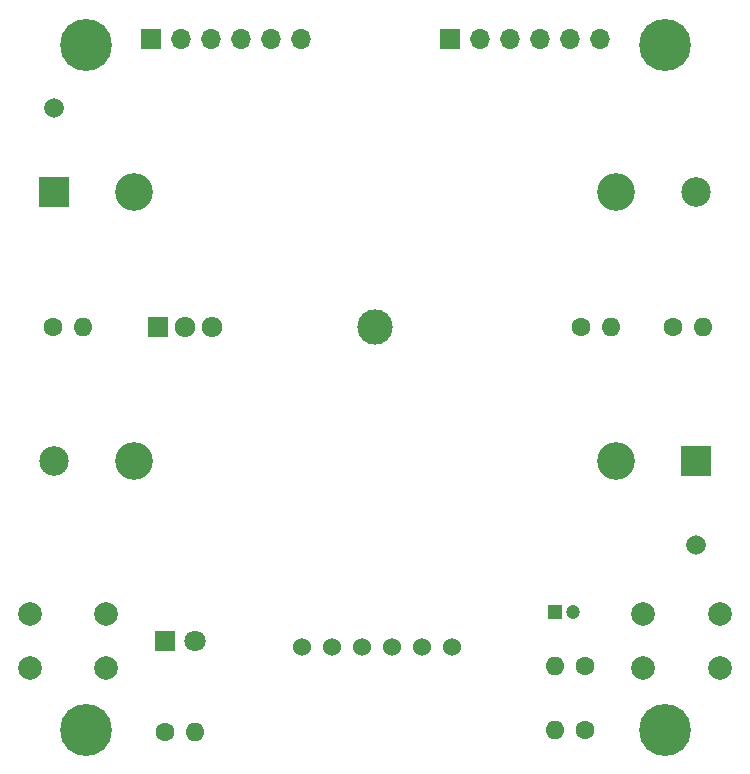
<source format=gbr>
%TF.GenerationSoftware,KiCad,Pcbnew,(6.0.4)*%
%TF.CreationDate,2022-05-02T14:14:32+02:00*%
%TF.ProjectId,HB-SEN-BME280_EXP625,48422d53-454e-42d4-924d-453238305f45,1.0*%
%TF.SameCoordinates,Original*%
%TF.FileFunction,Soldermask,Top*%
%TF.FilePolarity,Negative*%
%FSLAX46Y46*%
G04 Gerber Fmt 4.6, Leading zero omitted, Abs format (unit mm)*
G04 Created by KiCad (PCBNEW (6.0.4)) date 2022-05-02 14:14:32*
%MOMM*%
%LPD*%
G01*
G04 APERTURE LIST*
%ADD10R,1.200000X1.200000*%
%ADD11C,1.200000*%
%ADD12C,1.670000*%
%ADD13C,3.200000*%
%ADD14R,2.500000X2.500000*%
%ADD15C,2.500000*%
%ADD16R,1.700000X1.700000*%
%ADD17O,1.700000X1.700000*%
%ADD18C,0.700000*%
%ADD19C,4.400000*%
%ADD20C,1.600000*%
%ADD21O,1.600000X1.600000*%
%ADD22R,1.717500X1.800000*%
%ADD23O,1.717500X1.800000*%
%ADD24C,1.524000*%
%ADD25R,1.800000X1.800000*%
%ADD26C,1.800000*%
%ADD27C,2.000000*%
%ADD28C,3.000000*%
G04 APERTURE END LIST*
D10*
%TO.C,C1*%
X160340000Y-114300000D03*
D11*
X161840000Y-114300000D03*
%TD*%
D12*
%TO.C,BT2*%
X172275000Y-108600000D03*
D13*
X165500000Y-101500000D03*
X124650000Y-101500000D03*
D14*
X172275000Y-101500000D03*
D15*
X117875000Y-101500000D03*
%TD*%
D16*
%TO.C,J3*%
X151400000Y-65750000D03*
D17*
X153940000Y-65750000D03*
X156480000Y-65750000D03*
X159020000Y-65750000D03*
X161560000Y-65750000D03*
X164100000Y-65750000D03*
%TD*%
D18*
%TO.C,H1*%
X119433274Y-65083274D03*
X121766726Y-67416726D03*
X118950000Y-66250000D03*
X119433274Y-67416726D03*
D19*
X120600000Y-66250000D03*
D18*
X120600000Y-67900000D03*
X120600000Y-64600000D03*
X122250000Y-66250000D03*
X121766726Y-65083274D03*
%TD*%
D20*
%TO.C,R4*%
X162880000Y-124250000D03*
D21*
X160340000Y-124250000D03*
%TD*%
D22*
%TO.C,Q1*%
X126685000Y-90170000D03*
D23*
X128975000Y-90170000D03*
X131265000Y-90170000D03*
%TD*%
D20*
%TO.C,R6*%
X170290000Y-90170000D03*
D21*
X172830000Y-90170000D03*
%TD*%
D18*
%TO.C,H4*%
X167950000Y-124250000D03*
X168433274Y-125416726D03*
X171250000Y-124250000D03*
X169600000Y-125900000D03*
D19*
X169600000Y-124250000D03*
D18*
X168433274Y-123083274D03*
X169600000Y-122600000D03*
X170766726Y-125416726D03*
X170766726Y-123083274D03*
%TD*%
D20*
%TO.C,R3*%
X162880000Y-118872000D03*
D21*
X160340000Y-118872000D03*
%TD*%
D24*
%TO.C,U3*%
X151577000Y-117297000D03*
X149037000Y-117297000D03*
X146497000Y-117297000D03*
X143957000Y-117297000D03*
X141417000Y-117297000D03*
X138877000Y-117297000D03*
%TD*%
D25*
%TO.C,D1*%
X127320000Y-116750000D03*
D26*
X129860000Y-116750000D03*
%TD*%
D27*
%TO.C,SW1*%
X122350000Y-114500000D03*
X115850000Y-114500000D03*
X122350000Y-119000000D03*
X115850000Y-119000000D03*
%TD*%
%TO.C,SW2*%
X174310000Y-114500000D03*
X167810000Y-114500000D03*
X167810000Y-119000000D03*
X174310000Y-119000000D03*
%TD*%
D20*
%TO.C,R5*%
X162555000Y-90170000D03*
D21*
X165095000Y-90170000D03*
%TD*%
D20*
%TO.C,R1*%
X117795000Y-90170000D03*
D21*
X120335000Y-90170000D03*
%TD*%
D18*
%TO.C,H2*%
X168433274Y-67416726D03*
X168433274Y-65083274D03*
X171250000Y-66250000D03*
X169600000Y-64600000D03*
D19*
X169600000Y-66250000D03*
D18*
X169600000Y-67900000D03*
X170766726Y-67416726D03*
X167950000Y-66250000D03*
X170766726Y-65083274D03*
%TD*%
%TO.C,H3*%
X119433274Y-123083274D03*
X120600000Y-125900000D03*
X118950000Y-124250000D03*
X122250000Y-124250000D03*
X121766726Y-125416726D03*
D19*
X120600000Y-124250000D03*
D18*
X121766726Y-123083274D03*
X119433274Y-125416726D03*
X120600000Y-122600000D03*
%TD*%
D13*
%TO.C,BT1*%
X165500000Y-78740000D03*
D12*
X117875000Y-71640000D03*
D13*
X124650000Y-78740000D03*
D14*
X117875000Y-78740000D03*
D15*
X172275000Y-78740000D03*
%TD*%
D20*
%TO.C,R2*%
X127320000Y-124460000D03*
D21*
X129860000Y-124460000D03*
%TD*%
D16*
%TO.C,J2*%
X126100000Y-65750000D03*
D17*
X128640000Y-65750000D03*
X131180000Y-65750000D03*
X133720000Y-65750000D03*
X136260000Y-65750000D03*
X138800000Y-65750000D03*
%TD*%
D28*
%TO.C,U2*%
X145100000Y-90170000D03*
%TD*%
M02*

</source>
